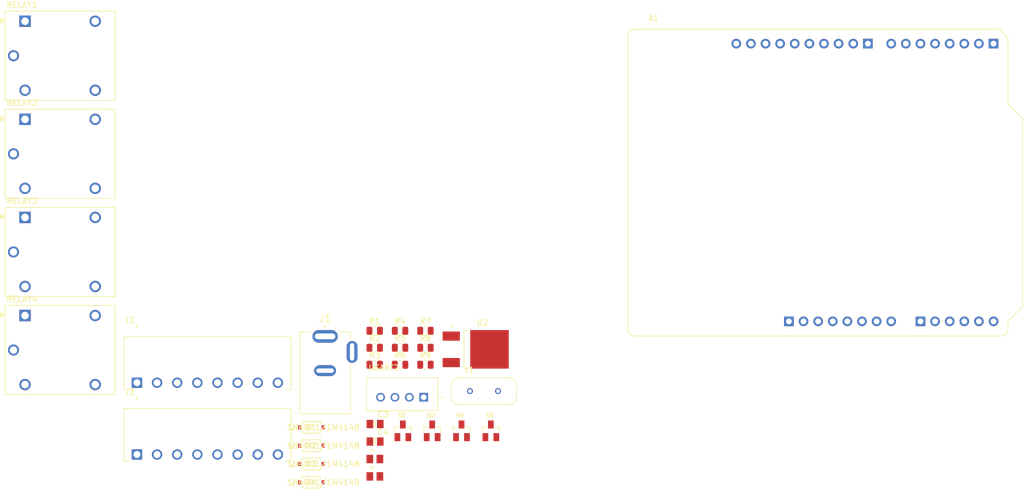
<source format=kicad_pcb>
(kicad_pcb (version 20241229) (generator "pcbnew") (generator_version "9.0")
  (layers (0 "F.Cu" signal) (2 "B.Cu" signal) (13 "F.Paste" user) (15 "B.Paste" user) (5 "F.SilkS" user "F.Silkscreen") (7 "B.SilkS" user "B.Silkscreen") (1 "F.Mask" user) (3 "B.Mask" user) (25 "Edge.Cuts" user))
  (net 0 "")
  (net 1 "GND")
  (net 2 "pb6")
  (net 3 "pb7")
  (net 4 "Net-(U2-IN)")
  (net 5 "5V")
  (net 6 "Net-(D1-A)")
  (net 7 "Net-(D2-A)")
  (net 8 "Net-(D3-A)")
  (net 9 "Net-(D4-A)")
  (net 11 "COM4")
  (net 12 "RNO1")
  (net 13 "RNO2")
  (net 14 "COM2")
  (net 15 "COM3")
  (net 16 "RNO3")
  (net 17 "COM1")
  (net 18 "RNO4")
  (net 19 "IN3")
  (net 20 "IN1")
  (net 21 "ADC0")
  (net 22 "IN2")
  (net 23 "ADC2")
  (net 24 "ADC1")
  (net 25 "ADC4")
  (net 26 "ADC3")
  (net 27 "Net-(Q2-B)")
  (net 28 "Net-(Q3-B)")
  (net 29 "Net-(Q4-B)")
  (net 30 "Net-(Q5-B)")
  (net 31 "OUT4")
  (net 32 "OUT3")
  (net 33 "OUT2")
  (net 34 "OUT1")
  (net 39 "USART_RX")
  (net 40 "USART_TX")
  (footprint "1N4148W-TP:SOD123" (layer "F.Cu") (at 72.431 82.9272)
    (property "Reference" "D1" (at -0.1016 0 0) (layer "F.SilkS"))
    (property "Value" "1N4001/1N4148" (at 2.0828 0 0) (layer "F.SilkS"))
    (fp_line (start -1.5494 -1.016) (end -1.5494 -0.6096) (stroke (width 0.1524)) (layer "F.SilkS"))
    (fp_line (start -1.5494 0.6096) (end -1.5494 1.016) (stroke (width 0.1524)) (layer "F.SilkS"))
    (fp_line (start -1.5494 1.016) (end 1.5494 1.016) (stroke (width 0.1524)) (layer "F.SilkS"))
    (fp_line (start 1.5494 -1.016) (end -1.5494 -1.016) (stroke (width 0.1524)) (layer "F.SilkS"))
    (fp_line (start 1.5494 -0.6096) (end 1.5494 -1.016) (stroke (width 0.1524)) (layer "F.SilkS"))
    (fp_line (start 1.5494 1.016) (end 1.5494 0.6096) (stroke (width 0.1524)) (layer "F.SilkS"))
    (fp_text user "*" (at -3.2512 0.635 0) (layer "F.SilkS"))
    (pad "1" smd rect (at -2.032 0) (size 0.508 0.7112) (layers "F.Cu" "F.Mask" "F.Paste") (net 5 "5V"))
    (pad "2" smd rect (at 2.032 0) (size 0.508 0.7112) (layers "F.Cu" "F.Mask" "F.Paste") (net 6 "Net-(D1-A)"))
  )
  (footprint "1N4148W-TP:SOD123" (layer "F.Cu") (at 72.431 92.4804)
    (property "Reference" "D4" (at -0.1016 0 0) (layer "F.SilkS"))
    (property "Value" "1N4001/1N4148" (at 2.0828 0 0) (layer "F.SilkS"))
    (fp_line (start -1.5494 -1.016) (end -1.5494 -0.6096) (stroke (width 0.1524)) (layer "F.SilkS"))
    (fp_line (start -1.5494 0.6096) (end -1.5494 1.016) (stroke (width 0.1524)) (layer "F.SilkS"))
    (fp_line (start -1.5494 1.016) (end 1.5494 1.016) (stroke (width 0.1524)) (layer "F.SilkS"))
    (fp_line (start 1.5494 -1.016) (end -1.5494 -1.016) (stroke (width 0.1524)) (layer "F.SilkS"))
    (fp_line (start 1.5494 -0.6096) (end 1.5494 -1.016) (stroke (width 0.1524)) (layer "F.SilkS"))
    (fp_line (start 1.5494 1.016) (end 1.5494 0.6096) (stroke (width 0.1524)) (layer "F.SilkS"))
    (fp_text user "*" (at -3.2512 0.635 0) (layer "F.SilkS"))
    (pad "1" smd rect (at -2.032 0) (size 0.508 0.7112) (layers "F.Cu" "F.Mask" "F.Paste") (net 5 "5V"))
    (pad "2" smd rect (at 2.032 0) (size 0.508 0.7112) (layers "F.Cu" "F.Mask" "F.Paste") (net 9 "Net-(D4-A)"))
  )
  (footprint "Resistor_SMD:R_0805_2012Metric" (layer "F.Cu") (at 83.44 66.15)
    (property "Reference" "R1" (at 0 -1.65 0) (layer "F.SilkS"))
    (property "Value" "10K")
    (fp_line (start -0.227064 -0.735) (end 0.227064 -0.735) (stroke (width 0.12)) (layer "F.SilkS"))
    (fp_line (start -0.227064 0.735) (end 0.227064 0.735) (stroke (width 0.12)) (layer "F.SilkS"))
    (pad "1" smd roundrect (at -0.9125 0) (size 1.025 1.4) (layers "F.Cu" "F.Mask" "F.Paste") (roundrect_rratio 0.243902) (net 31 "OUT4"))
    (pad "2" smd roundrect (at 0.9125 0) (size 1.025 1.4) (layers "F.Cu" "F.Mask" "F.Paste") (roundrect_rratio 0.243902) (net 27 "Net-(Q2-B)"))
  )
  (footprint "Resistor_SMD:R_0805_2012Metric" (layer "F.Cu") (at 83.44 69.1)
    (property "Reference" "R2" (at 0 -1.65 0) (layer "F.SilkS"))
    (property "Value" "1K")
    (fp_line (start -0.227064 -0.735) (end 0.227064 -0.735) (stroke (width 0.12)) (layer "F.SilkS"))
    (fp_line (start -0.227064 0.735) (end 0.227064 0.735) (stroke (width 0.12)) (layer "F.SilkS"))
    (pad "1" smd roundrect (at -0.9125 0) (size 1.025 1.4) (layers "F.Cu" "F.Mask" "F.Paste") (roundrect_rratio 0.243902) (net 21 "ADC0"))
    (pad "2" smd roundrect (at 0.9125 0) (size 1.025 1.4) (layers "F.Cu" "F.Mask" "F.Paste") (roundrect_rratio 0.243902) (net 1 "GND"))
  )
  (footprint "SRD-05VDC-SL-C:RELAY_SRD-05VDC-SL-C" (layer "F.Cu") (at 28.775 69.5)
    (property "Reference" "RELAY4" (at -6.62563 -8.83584 0) (layer "F.SilkS") (effects (font (size 1.000094 1.000094))))
    (property "Value" "SRD-05VDC-SL-C")
    (fp_line (start -9.55 -7.75) (end 9.55 -7.75) (stroke (width 0.127)) (layer "F.SilkS"))
    (fp_line (start -9.55 7.75) (end -9.55 -7.75) (stroke (width 0.127)) (layer "F.SilkS"))
    (fp_line (start 9.55 -7.75) (end 9.55 7.75) (stroke (width 0.127)) (layer "F.SilkS"))
    (fp_line (start 9.55 7.75) (end -9.55 7.75) (stroke (width 0.127)) (layer "F.SilkS"))
    (fp_circle (center -10.2 -6.119) (end -10.1 -6.119) (stroke (width 0.3)) (fill no) (layer "F.SilkS"))
    (pad "A1" thru_hole rect (at -6.1 -6) (size 1.98 1.98) (drill 1.32) (layers "*.Cu" "*.Mask") (net 5 "5V"))
    (pad "A2" thru_hole circle (at -6.1 6) (size 1.98 1.98) (drill 1.32) (layers "*.Cu" "*.Mask") (net 9 "Net-(D4-A)"))
    (pad "COM" thru_hole circle (at -8.1 0) (size 1.935 1.935) (drill 1.29) (layers "*.Cu" "*.Mask") (net 11 "COM4"))
    (pad "NC" thru_hole circle (at 6.1 -6) (size 1.98 1.98) (drill 1.32) (layers "*.Cu" "*.Mask"))
    (pad "NO" thru_hole circle (at 6.1 6) (size 1.98 1.98) (drill 1.32) (layers "*.Cu" "*.Mask") (net 18 "RNO4"))
  )
  (footprint "SRD-05VDC-SL-C:RELAY_SRD-05VDC-SL-C" (layer "F.Cu") (at 28.775 52.45)
    (property "Reference" "RELAY3" (at -6.62563 -8.83584 0) (layer "F.SilkS") (effects (font (size 1.000094 1.000094))))
    (property "Value" "SRD-05VDC-SL-C")
    (fp_line (start -9.55 -7.75) (end 9.55 -7.75) (stroke (width 0.127)) (layer "F.SilkS"))
    (fp_line (start -9.55 7.75) (end -9.55 -7.75) (stroke (width 0.127)) (layer "F.SilkS"))
    (fp_line (start 9.55 -7.75) (end 9.55 7.75) (stroke (width 0.127)) (layer "F.SilkS"))
    (fp_line (start 9.55 7.75) (end -9.55 7.75) (stroke (width 0.127)) (layer "F.SilkS"))
    (fp_circle (center -10.2 -6.119) (end -10.1 -6.119) (stroke (width 0.3)) (fill no) (layer "F.SilkS"))
    (pad "A1" thru_hole rect (at -6.1 -6) (size 1.98 1.98) (drill 1.32) (layers "*.Cu" "*.Mask") (net 5 "5V"))
    (pad "A2" thru_hole circle (at -6.1 6) (size 1.98 1.98) (drill 1.32) (layers "*.Cu" "*.Mask") (net 8 "Net-(D3-A)"))
    (pad "COM" thru_hole circle (at -8.1 0) (size 1.935 1.935) (drill 1.29) (layers "*.Cu" "*.Mask") (net 15 "COM3"))
    (pad "NC" thru_hole circle (at 6.1 -6) (size 1.98 1.98) (drill 1.32) (layers "*.Cu" "*.Mask"))
    (pad "NO" thru_hole circle (at 6.1 6) (size 1.98 1.98) (drill 1.32) (layers "*.Cu" "*.Mask") (net 16 "RNO3"))
  )
  (footprint "Resistor_SMD:R_0805_2012Metric" (layer "F.Cu") (at 92.26 69.1)
    (property "Reference" "R8" (at 0 -1.65 0) (layer "F.SilkS"))
    (property "Value" "10K")
    (fp_line (start -0.227064 -0.735) (end 0.227064 -0.735) (stroke (width 0.12)) (layer "F.SilkS"))
    (fp_line (start -0.227064 0.735) (end 0.227064 0.735) (stroke (width 0.12)) (layer "F.SilkS"))
    (pad "1" smd roundrect (at -0.9125 0) (size 1.025 1.4) (layers "F.Cu" "F.Mask" "F.Paste") (roundrect_rratio 0.243902) (net 33 "OUT2"))
    (pad "2" smd roundrect (at 0.9125 0) (size 1.025 1.4) (layers "F.Cu" "F.Mask" "F.Paste") (roundrect_rratio 0.243902) (net 29 "Net-(Q4-B)"))
  )
  (footprint "S9013:SOT95P240X120-3N" (layer "F.Cu") (at 103.6238 83.5334)
    (property "Reference" "Q5" (at -0.173263 -2.71554 0) (layer "F.SilkS") (effects (font (size 0.640976 0.640976))))
    (property "Value" "S9013")
    (fp_line (start -1.45 -0.65) (end -1.45 0.15) (stroke (width 0.127)) (layer "F.SilkS"))
    (fp_line (start -1.45 -0.65) (end -0.75 -0.65) (stroke (width 0.127)) (layer "F.SilkS"))
    (fp_line (start 1.45 -0.65) (end 0.75 -0.65) (stroke (width 0.127)) (layer "F.SilkS"))
    (fp_line (start 1.45 -0.65) (end 1.45 0.15) (stroke (width 0.127)) (layer "F.SilkS"))
    (fp_circle (center -1.8 1.8) (end -1.7 1.8) (fill yes) (layer "F.SilkS"))
    (pad "1" smd rect (at -0.95 1.1) (size 1 1.4) (layers "F.Cu" "F.Mask" "F.Paste") (net 30 "Net-(Q5-B)"))
    (pad "2" smd rect (at 0.95 1.1) (size 1 1.4) (layers "F.Cu" "F.Mask" "F.Paste") (net 1 "GND"))
    (pad "3" smd rect (at 0 -1.1) (size 1 1.4) (layers "F.Cu" "F.Mask" "F.Paste") (net 9 "Net-(D4-A)"))
  )
  (footprint "terminal_block_90deg:TE_284512-8" (layer "F.Cu") (at 54.37 87.65)
    (property "Reference" "J3" (at -13.525 -10.835 0) (layer "F.SilkS"))
    (property "Value" "284512-8")
    (fp_line (start -14.5 -8) (end 14.5 -8) (stroke (width 0.127)) (layer "F.SilkS"))
    (fp_line (start -14.5 1.2) (end -14.5 -8) (stroke (width 0.127)) (layer "F.SilkS"))
    (fp_line (start -14.5 1.2) (end -13.57 1.2) (stroke (width 0.127)) (layer "F.SilkS"))
    (fp_line (start 13.57 1.2) (end 14.5 1.2) (stroke (width 0.127)) (layer "F.SilkS"))
    (fp_line (start 14.5 -8) (end 14.5 1.2) (stroke (width 0.127)) (layer "F.SilkS"))
    (fp_circle (center -12.25 -9.8) (end -12.15 -9.8) (stroke (width 0.2)) (fill no) (layer "F.SilkS"))
    (pad "1" thru_hole rect (at -12.25 0) (size 1.8 1.8) (drill 1.2) (layers "*.Cu" "*.Mask") (net 21 "ADC0"))
    (pad "2" thru_hole circle (at -8.75 0) (size 1.8 1.8) (drill 1.2) (layers "*.Cu" "*.Mask") (net 24 "ADC1"))
    (pad "3" thru_hole circle (at -5.25 0) (size 1.8 1.8) (drill 1.2) (layers "*.Cu" "*.Mask") (net 23 "ADC2"))
    (pad "4" thru_hole circle (at -1.75 0) (size 1.8 1.8) (drill 1.2) (layers "*.Cu" "*.Mask") (net 26 "ADC3"))
    (pad "5" thru_hole circle (at 1.75 0) (size 1.8 1.8) (drill 1.2) (layers "*.Cu" "*.Mask") (net 25 "ADC4"))
    (pad "6" thru_hole circle (at 5.25 0) (size 1.8 1.8) (drill 1.2) (layers "*.Cu" "*.Mask") (net 20 "IN1"))
    (pad "7" thru_hole circle (at 8.75 0) (size 1.8 1.8) (drill 1.2) (layers "*.Cu" "*.Mask") (net 22 "IN2"))
    (pad "8" thru_hole circle (at 12.25 0) (size 1.8 1.8) (drill 1.2) (layers "*.Cu" "*.Mask") (net 19 "IN3"))
  )
  (footprint "AC0805KPX7R9BB103:CAPC2012X95N" (layer "F.Cu") (at 83.465 88.435)
    (property "Reference" "C1" (at -0.455 -1.5 0) (layer "F.SilkS") (effects (font (size 0.393701 0.393701))))
    (property "Value" "22pf")
    (pad "1" smd rect (at -0.875 0) (size 1.16 1.47) (layers "F.Cu" "F.Mask" "F.Paste") (net 1 "GND"))
    (pad "2" smd rect (at 0.875 0) (size 1.16 1.47) (layers "F.Cu" "F.Mask" "F.Paste") (net 2 "pb6"))
  )
  (footprint "Resistor_SMD:R_0805_2012Metric" (layer "F.Cu") (at 92.26 72.05)
    (property "Reference" "R9" (at 0 -1.65 0) (layer "F.SilkS"))
    (property "Value" "10K")
    (fp_line (start -0.227064 -0.735) (end 0.227064 -0.735) (stroke (width 0.12)) (layer "F.SilkS"))
    (fp_line (start -0.227064 0.735) (end 0.227064 0.735) (stroke (width 0.12)) (layer "F.SilkS"))
    (pad "1" smd roundrect (at -0.9125 0) (size 1.025 1.4) (layers "F.Cu" "F.Mask" "F.Paste") (roundrect_rratio 0.243902) (net 34 "OUT1"))
    (pad "2" smd roundrect (at 0.9125 0) (size 1.025 1.4) (layers "F.Cu" "F.Mask" "F.Paste") (roundrect_rratio 0.243902) (net 30 "Net-(Q5-B)"))
  )
  (footprint "TAJR106K006RNJ:CAPC2012X140N" (layer "F.Cu") (at 83.51 82.35)
    (property "Reference" "C3" (at 1.375 -1.635 0) (layer "F.SilkS"))
    (property "Value" "100uf")
    (fp_line (start 0 -0.55) (end 0 0.55) (stroke (width 0.2)) (layer "F.SilkS"))
    (pad "1" smd rect (at -0.9 0) (size 1.15 1.45) (layers "F.Cu" "F.Mask" "F.Paste") (net 4 "Net-(U2-IN)"))
    (pad "2" smd rect (at 0.9 0) (size 1.15 1.45) (layers "F.Cu" "F.Mask" "F.Paste") (net 1 "GND"))
  )
  (footprint "1N4148W-TP:SOD123" (layer "F.Cu") (at 72.431 89.296)
    (property "Reference" "D3" (at -0.1016 0 0) (layer "F.SilkS"))
    (property "Value" "1N4001/1N4148" (at 2.0828 0 0) (layer "F.SilkS"))
    (fp_line (start -1.5494 -1.016) (end -1.5494 -0.6096) (stroke (width 0.1524)) (layer "F.SilkS"))
    (fp_line (start -1.5494 0.6096) (end -1.5494 1.016) (stroke (width 0.1524)) (layer "F.SilkS"))
    (fp_line (start -1.5494 1.016) (end 1.5494 1.016) (stroke (width 0.1524)) (layer "F.SilkS"))
    (fp_line (start 1.5494 -1.016) (end -1.5494 -1.016) (stroke (width 0.1524)) (layer "F.SilkS"))
    (fp_line (start 1.5494 -0.6096) (end 1.5494 -1.016) (stroke (width 0.1524)) (layer "F.SilkS"))
    (fp_line (start 1.5494 1.016) (end 1.5494 0.6096) (stroke (width 0.1524)) (layer "F.SilkS"))
    (fp_text user "*" (at -3.2512 0.635 0) (layer "F.SilkS"))
    (pad "1" smd rect (at -2.032 0) (size 0.508 0.7112) (layers "F.Cu" "F.Mask" "F.Paste") (net 5 "5V"))
    (pad "2" smd rect (at 2.032 0) (size 0.508 0.7112) (layers "F.Cu" "F.Mask" "F.Paste") (net 8 "Net-(D3-A)"))
  )
  (footprint "1N4148W-TP:SOD123" (layer "F.Cu") (at 72.431 86.1116)
    (property "Reference" "D2" (at -0.1016 0 0) (layer "F.SilkS"))
    (property "Value" "1N4001/1N4148" (at 2.0828 0 0) (layer "F.SilkS"))
    (fp_line (start -1.5494 -1.016) (end -1.5494 -0.6096) (stroke (width 0.1524)) (layer "F.SilkS"))
    (fp_line (start -1.5494 0.6096) (end -1.5494 1.016) (stroke (width 0.1524)) (layer "F.SilkS"))
    (fp_line (start -1.5494 1.016) (end 1.5494 1.016) (stroke (width 0.1524)) (layer "F.SilkS"))
    (fp_line (start 1.5494 -1.016) (end -1.5494 -1.016) (stroke (width 0.1524)) (layer "F.SilkS"))
    (fp_line (start 1.5494 -0.6096) (end 1.5494 -1.016) (stroke (width 0.1524)) (layer "F.SilkS"))
    (fp_line (start 1.5494 1.016) (end 1.5494 0.6096) (stroke (width 0.1524)) (layer "F.SilkS"))
    (fp_text user "*" (at -3.2512 0.635 0) (layer "F.SilkS"))
    (pad "1" smd rect (at -2.032 0) (size 0.508 0.7112) (layers "F.Cu" "F.Mask" "F.Paste") (net 5 "5V"))
    (pad "2" smd rect (at 2.032 0) (size 0.508 0.7112) (layers "F.Cu" "F.Mask" "F.Paste") (net 7 "Net-(D2-A)"))
  )
  (footprint "Resistor_SMD:R_0805_2012Metric" (layer "F.Cu") (at 87.85 72.05)
    (property "Reference" "R6" (at 0 -1.65 0) (layer "F.SilkS"))
    (property "Value" "1K")
    (fp_line (start -0.227064 -0.735) (end 0.227064 -0.735) (stroke (width 0.12)) (layer "F.SilkS"))
    (fp_line (start -0.227064 0.735) (end 0.227064 0.735) (stroke (width 0.12)) (layer "F.SilkS"))
    (pad "1" smd roundrect (at -0.9125 0) (size 1.025 1.4) (layers "F.Cu" "F.Mask" "F.Paste") (roundrect_rratio 0.243902) (net 25 "ADC4"))
    (pad "2" smd roundrect (at 0.9125 0) (size 1.025 1.4) (layers "F.Cu" "F.Mask" "F.Paste") (roundrect_rratio 0.243902) (net 1 "GND"))
  )
  (footprint "Resistor_SMD:R_0805_2012Metric" (layer "F.Cu") (at 83.44 72.05)
    (property "Reference" "R3" (at 0 -1.65 0) (layer "F.SilkS"))
    (property "Value" "1K")
    (fp_line (start -0.227064 -0.735) (end 0.227064 -0.735) (stroke (width 0.12)) (layer "F.SilkS"))
    (fp_line (start -0.227064 0.735) (end 0.227064 0.735) (stroke (width 0.12)) (layer "F.SilkS"))
    (pad "1" smd roundrect (at -0.9125 0) (size 1.025 1.4) (layers "F.Cu" "F.Mask" "F.Paste") (roundrect_rratio 0.243902) (net 24 "ADC1"))
    (pad "2" smd roundrect (at 0.9125 0) (size 1.025 1.4) (layers "F.Cu" "F.Mask" "F.Paste") (roundrect_rratio 0.243902) (net 1 "GND"))
  )
  (footprint "EJ508A:MPD_EJ508A" (layer "F.Cu") (at 74.82 69.825)
    (property "Reference" "J1" (at -0.055 -5.789 0) (layer "F.SilkS") (effects (font (size 1.4 1.4))))
    (property "Value" "EJ508A")
    (fp_line (start -4.4 -3.475) (end -4.4 10.74) (stroke (width 0.127)) (layer "F.SilkS"))
    (fp_line (start -4.4 10.74) (end 4.4 10.74) (stroke (width 0.127)) (layer "F.SilkS"))
    (fp_line (start -2.52 -3.475) (end -4.4 -3.475) (stroke (width 0.127)) (layer "F.SilkS"))
    (fp_line (start 2.52 -3.475) (end 4.4 -3.475) (stroke (width 0.127)) (layer "F.SilkS"))
    (fp_line (start 4.4 -3.475) (end 4.4 -2.22) (stroke (width 0.127)) (layer "F.SilkS"))
    (fp_line (start 4.4 10.74) (end 4.4 2.22) (stroke (width 0.127)) (layer "F.SilkS"))
    (fp_circle (center 0 -4.45) (end 0.1 -4.45) (stroke (width 0.2)) (fill no) (layer "F.SilkS"))
    (pad "1" thru_hole oval (at 0 -2.705) (size 4.4 2.2) (drill oval 3.56 1.02) (layers "*.Cu" "*.Mask") (net 1 "GND"))
    (pad "2" thru_hole oval (at 0 3.25) (size 3.8 1.9) (drill oval 3.05 0.76) (layers "*.Cu" "*.Mask") (net 4 "Net-(U2-IN)"))
    (pad "3" thru_hole oval (at 4.69 0) (size 1.9 3.8) (drill oval 0.76 3.05) (layers "*.Cu" "*.Mask"))
  )
  (footprint "terminal_block_90deg:TE_284512-8" (layer "F.Cu") (at 54.37 75.175)
    (property "Reference" "J2" (at -13.525 -10.835 0) (layer "F.SilkS"))
    (property "Value" "284512-8")
    (fp_line (start -14.5 -8) (end 14.5 -8) (stroke (width 0.127)) (layer "F.SilkS"))
    (fp_line (start -14.5 1.2) (end -14.5 -8) (stroke (width 0.127)) (layer "F.SilkS"))
    (fp_line (start -14.5 1.2) (end -13.57 1.2) (stroke (width 0.127)) (layer "F.SilkS"))
    (fp_line (start 13.57 1.2) (end 14.5 1.2) (stroke (width 0.127)) (layer "F.SilkS"))
    (fp_line (start 14.5 -8) (end 14.5 1.2) (stroke (width 0.127)) (layer "F.SilkS"))
    (fp_circle (center -12.25 -9.8) (end -12.15 -9.8) (stroke (width 0.2)) (fill no) (layer "F.SilkS"))
    (pad "1" thru_hole rect (at -12.25 0) (size 1.8 1.8) (drill 1.2) (layers "*.Cu" "*.Mask") (net 12 "RNO1"))
    (pad "2" thru_hole circle (at -8.75 0) (size 1.8 1.8) (drill 1.2) (layers "*.Cu" "*.Mask") (net 17 "COM1"))
    (pad "3" thru_hole circle (at -5.25 0) (size 1.8 1.8) (drill 1.2) (layers "*.Cu" "*.Mask") (net 13 "RNO2"))
    (pad "4" thru_hole circle (at -1.75 0) (size 1.8 1.8) (drill 1.2) (layers "*.Cu" "*.Mask") (net 14 "COM2"))
    (pad "5" thru_hole circle (at 1.75 0) (size 1.8 1.8) (drill 1.2) (layers "*.Cu" "*.Mask") (net 16 "RNO3"))
    (pad "6" thru_hole circle (at 5.25 0) (size 1.8 1.8) (drill 1.2) (layers "*.Cu" "*.Mask") (net 15 "COM3"))
    (pad "7" thru_hole circle (at 8.75 0) (size 1.8 1.8) (drill 1.2) (layers "*.Cu" "*.Mask") (net 18 "RNO4"))
    (pad "8" thru_hole circle (at 12.25 0) (size 1.8 1.8) (drill 1.2) (layers "*.Cu" "*.Mask") (net 11 "COM4"))
  )
  (footprint "Resistor_SMD:R_0805_2012Metric" (layer "F.Cu") (at 92.26 66.15)
    (property "Reference" "R7" (at 0 -1.65 0) (layer "F.SilkS"))
    (property "Value" "10K")
    (fp_line (start -0.227064 -0.735) (end 0.227064 -0.735) (stroke (width 0.12)) (layer "F.SilkS"))
    (fp_line (start -0.227064 0.735) (end 0.227064 0.735) (stroke (width 0.12)) (layer "F.SilkS"))
    (pad "1" smd roundrect (at -0.9125 0) (size 1.025 1.4) (layers "F.Cu" "F.Mask" "F.Paste") (roundrect_rratio 0.243902) (net 32 "OUT3"))
    (pad "2" smd roundrect (at 0.9125 0) (size 1.025 1.4) (layers "F.Cu" "F.Mask" "F.Paste") (roundrect_rratio 0.243902) (net 28 "Net-(Q3-B)"))
  )
  (footprint "SRD-05VDC-SL-C:RELAY_SRD-05VDC-SL-C" (layer "F.Cu") (at 28.775 35.4)
    (property "Reference" "RELAY2" (at -6.62563 -8.83584 0) (layer "F.SilkS") (effects (font (size 1.000094 1.000094))))
    (property "Value" "SRD-05VDC-SL-C")
    (fp_line (start -9.55 -7.75) (end 9.55 -7.75) (stroke (width 0.127)) (layer "F.SilkS"))
    (fp_line (start -9.55 7.75) (end -9.55 -7.75) (stroke (width 0.127)) (layer "F.SilkS"))
    (fp_line (start 9.55 -7.75) (end 9.55 7.75) (stroke (width 0.127)) (layer "F.SilkS"))
    (fp_line (start 9.55 7.75) (end -9.55 7.75) (stroke (width 0.127)) (layer "F.SilkS"))
    (fp_circle (center -10.2 -6.119) (end -10.1 -6.119) (stroke (width 0.3)) (fill no) (layer "F.SilkS"))
    (pad "A1" thru_hole rect (at -6.1 -6) (size 1.98 1.98) (drill 1.32) (layers "*.Cu" "*.Mask") (net 5 "5V"))
    (pad "A2" thru_hole circle (at -6.1 6) (size 1.98 1.98) (drill 1.32) (layers "*.Cu" "*.Mask") (net 7 "Net-(D2-A)"))
    (pad "COM" thru_hole circle (at -8.1 0) (size 1.935 1.935) (drill 1.29) (layers "*.Cu" "*.Mask") (net 14 "COM2"))
    (pad "NC" thru_hole circle (at 6.1 -6) (size 1.98 1.98) (drill 1.32) (layers "*.Cu" "*.Mask"))
    (pad "NO" thru_hole circle (at 6.1 6) (size 1.98 1.98) (drill 1.32) (layers "*.Cu" "*.Mask") (net 13 "RNO2"))
  )
  (footprint "ECS-160-S-4X:XTAL_ECS-160-S-4X" (layer "F.Cu") (at 102.43 76.63)
    (property "Reference" "Y1" (at -2.597085 -3.637935 0) (layer "F.SilkS") (effects (font (size 1.000811 1.000811))))
    (property "Value" "Crystal")
    (fp_line (start -5.675 1.01) (end -5.675 -1.01) (stroke (width 0.127)) (layer "F.SilkS"))
    (fp_line (start -4.405 -2.33) (end 4.405 -2.33) (stroke (width 0.127)) (layer "F.SilkS"))
    (fp_line (start 4.405 2.33) (end -4.405 2.33) (stroke (width 0.127)) (layer "F.SilkS"))
    (fp_line (start 5.675 -1.01) (end 5.675 1.01) (stroke (width 0.127)) (layer "F.SilkS"))
    (fp_arc (start -5.675 -1.01) (mid -5.313381 -1.933026) (end -4.405 -2.33) (stroke (width 0.127)) (layer "F.SilkS"))
    (fp_arc (start -4.405 2.33) (mid -5.313381 1.933026) (end -5.675 1.01) (stroke (width 0.127)) (layer "F.SilkS"))
    (fp_arc (start 4.405 -2.33) (mid 5.313381 -1.933026) (end 5.675 -1.01) (stroke (width 0.127)) (layer "F.SilkS"))
    (fp_arc (start 5.675 1.01) (mid 5.313381 1.933026) (end 4.405 2.33) (stroke (width 0.127)) (layer "F.SilkS"))
    (pad "1" thru_hole circle (at -2.44 0) (size 1.03 1.03) (drill 0.63) (layers "*.Cu" "*.Mask") (net 3 "pb7"))
    (pad "2" thru_hole circle (at 2.44 0) (size 1.03 1.03) (drill 0.63) (layers "*.Cu" "*.Mask") (net 2 "pb6"))
  )
  (footprint "S9013:SOT95P240X120-3N" (layer "F.Cu") (at 98.527 83.5334)
    (property "Reference" "Q4" (at -0.173263 -2.71554 0) (layer "F.SilkS") (effects (font (size 0.640976 0.640976))))
    (property "Value" "S9013")
    (fp_line (start -1.45 -0.65) (end -1.45 0.15) (stroke (width 0.127)) (layer "F.SilkS"))
    (fp_line (start -1.45 -0.65) (end -0.75 -0.65) (stroke (width 0.127)) (layer "F.SilkS"))
    (fp_line (start 1.45 -0.65) (end 0.75 -0.65) (stroke (width 0.127)) (layer "F.SilkS"))
    (fp_line (start 1.45 -0.65) (end 1.45 0.15) (stroke (width 0.127)) (layer "F.SilkS"))
    (fp_circle (center -1.8 1.8) (end -1.7 1.8) (fill yes) (layer "F.SilkS"))
    (pad "1" smd rect (at -0.95 1.1) (size 1 1.4) (layers "F.Cu" "F.Mask" "F.Paste") (net 29 "Net-(Q4-B)"))
    (pad "2" smd rect (at 0.95 1.1) (size 1 1.4) (layers "F.Cu" "F.Mask" "F.Paste") (net 1 "GND"))
    (pad "3" smd rect (at 0 -1.1) (size 1 1.4) (layers "F.Cu" "F.Mask" "F.Paste") (net 8 "Net-(D3-A)"))
  )
  (footprint "Resistor_SMD:R_0805_2012Metric" (layer "F.Cu") (at 87.85 69.1)
    (property "Reference" "R5" (at 0 -1.65 0) (layer "F.SilkS"))
    (property "Value" "1K")
    (fp_line (start -0.227064 -0.735) (end 0.227064 -0.735) (stroke (width 0.12)) (layer "F.SilkS"))
    (fp_line (start -0.227064 0.735) (end 0.227064 0.735) (stroke (width 0.12)) (layer "F.SilkS"))
    (pad "1" smd roundrect (at -0.9125 0) (size 1.025 1.4) (layers "F.Cu" "F.Mask" "F.Paste") (roundrect_rratio 0.243902) (net 26 "ADC3"))
    (pad "2" smd roundrect (at 0.9125 0) (size 1.025 1.4) (layers "F.Cu" "F.Mask" "F.Paste") (roundrect_rratio 0.243902) (net 1 "GND"))
  )
  (footprint "AC0805KPX7R9BB103:CAPC2012X95N" (layer "F.Cu") (at 83.465 91.455)
    (property "Reference" "C2" (at -0.455 -1.5 0) (layer "F.SilkS") (effects (font (size 0.393701 0.393701))))
    (property "Value" "22pf")
    (pad "1" smd rect (at -0.875 0) (size 1.16 1.47) (layers "F.Cu" "F.Mask" "F.Paste") (net 1 "GND"))
    (pad "2" smd rect (at 0.875 0) (size 1.16 1.47) (layers "F.Cu" "F.Mask" "F.Paste") (net 3 "pb7"))
  )
  (footprint "TAJR106K006RNJ:CAPC2012X140N" (layer "F.Cu") (at 83.51 85.4)
    (property "Reference" "C4" (at 1.375 -1.635 0) (layer "F.SilkS"))
    (property "Value" "10uf")
    (fp_line (start 0 -0.55) (end 0 0.55) (stroke (width 0.2)) (layer "F.SilkS"))
    (pad "1" smd rect (at -0.9 0) (size 1.15 1.45) (layers "F.Cu" "F.Mask" "F.Paste") (net 5 "5V"))
    (pad "2" smd rect (at 0.9 0) (size 1.15 1.45) (layers "F.Cu" "F.Mask" "F.Paste") (net 1 "GND"))
  )
  (footprint "ARDUINO_UNO_REV3:ARDUINO_ARDUINO_UNO_REV3" (layer "F.Cu") (at 161.75 40.4)
    (property "Reference" "A1" (at -29.8223 -28.5957 0) (layer "F.SilkS"))
    (property "Value" "ARDUINO_UNO_REV3")
    (fp_line (start -34.2673 -25.6337) (end -34.225 -25.9087) (stroke (width 0.127)) (layer "F.SilkS"))
    (fp_line (start -34.2673 25.6562) (end -34.2673 -25.6337) (stroke (width 0.127)) (layer "F.SilkS"))
    (fp_line (start -34.225 -25.9087) (end -34.1403 -26.1415) (stroke (width 0.127)) (layer "F.SilkS"))
    (fp_line (start -34.225 25.9101) (end -34.2673 25.6562) (stroke (width 0.127)) (layer "F.SilkS"))
    (fp_line (start -34.1403 -26.1415) (end -33.9711 -26.3531) (stroke (width 0.127)) (layer "F.SilkS"))
    (fp_line (start -34.1403 26.1429) (end -34.225 25.9101) (stroke (width 0.127)) (layer "F.SilkS"))
    (fp_line (start -33.9711 -26.3531) (end -33.7595 -26.5012) (stroke (width 0.127)) (layer "F.SilkS"))
    (fp_line (start -33.9711 26.3545) (end -34.1403 26.1429) (stroke (width 0.127)) (layer "F.SilkS"))
    (fp_line (start -33.7595 -26.5012) (end -33.5267 -26.607) (stroke (width 0.127)) (layer "F.SilkS"))
    (fp_line (start -33.7595 26.5237) (end -33.9711 26.3545) (stroke (width 0.127)) (layer "F.SilkS"))
    (fp_line (start -33.5267 -26.607) (end -33.2728 -26.6493) (stroke (width 0.127)) (layer "F.SilkS"))
    (fp_line (start -33.5267 26.6084) (end -33.7595 26.5237) (stroke (width 0.127)) (layer "F.SilkS"))
    (fp_line (start -33.2728 -26.6493) (end 30.2047 -26.6493) (stroke (width 0.127)) (layer "F.SilkS"))
    (fp_line (start -33.2728 26.6507) (end -33.5267 26.6084) (stroke (width 0.127)) (layer "F.SilkS"))
    (fp_line (start 30.2047 -26.6493) (end 31.7282 -25.1258) (stroke (width 0.127)) (layer "F.SilkS"))
    (fp_line (start 30.7337 26.6507) (end -33.2728 26.6507) (stroke (width 0.127)) (layer "F.SilkS"))
    (fp_line (start 30.9876 26.6084) (end 30.7337 26.6507) (stroke (width 0.127)) (layer "F.SilkS"))
    (fp_line (start 31.2204 26.5237) (end 30.9876 26.6084) (stroke (width 0.127)) (layer "F.SilkS"))
    (fp_line (start 31.432 26.3545) (end 31.2204 26.5237) (stroke (width 0.127)) (layer "F.SilkS"))
    (fp_line (start 31.6013 26.1429) (end 31.432 26.3545) (stroke (width 0.127)) (layer "F.SilkS"))
    (fp_line (start 31.6859 25.9101) (end 31.6013 26.1429) (stroke (width 0.127)) (layer "F.SilkS"))
    (fp_line (start 31.7282 -25.1258) (end 31.7282 -13.6999) (stroke (width 0.127)) (layer "F.SilkS"))
    (fp_line (start 31.7282 -13.6999) (end 34.2673 -11.1608) (stroke (width 0.127)) (layer "F.SilkS"))
    (fp_line (start 31.7282 24.1116) (end 31.7282 25.6562) (stroke (width 0.127)) (layer "F.SilkS"))
    (fp_line (start 31.7282 25.6562) (end 31.6859 25.9101) (stroke (width 0.127)) (layer "F.SilkS"))
    (fp_line (start 34.2673 -11.1608) (end 34.2673 21.5725) (stroke (width 0.127)) (layer "F.SilkS"))
    (fp_line (start 34.2673 21.5725) (end 31.7282 24.1116) (stroke (width 0.127)) (layer "F.SilkS"))
    (pad "" np_thru_hole circle (at -20.2973 24.1093) (size 3.3 3.3) (drill 3.3) (layers "*.Cu" "*.Mask"))
    (pad "" np_thru_hole circle (at -19.0273 -24.1507) (size 3.3 3.3) (drill 3.3) (layers "*.Cu" "*.Mask"))
    (pad "" np_thru_hole circle (at 31.7727 -8.91069) (size 3.3 3.3) (drill 3.3) (layers "*.Cu" "*.Mask"))
    (pad "" np_thru_hole circle (at 31.7727 19.0293) (size 3.3 3.3) (drill 3.3) (layers "*.Cu" "*.Mask"))
    (pad "3V3" thru_hole circle (at 1.29269 24.1093) (size 1.6764 1.6764) (drill 1.016) (layers "*.Cu" "*.Mask"))
    (pad "5V" thru_hole circle (at 3.83269 24.1093) (size 1.6764 1.6764) (drill 1.016) (layers "*.Cu" "*.Mask"))
    (pad "A0" thru_hole rect (at 16.5327 24.1093) (size 1.6764 1.6764) (drill 1.016) (layers "*.Cu" "*.Mask"))
    (pad "A1" thru_hole circle (at 19.0727 24.1093) (size 1.6764 1.6764) (drill 1.016) (layers "*.Cu" "*.Mask"))
    (pad "A2" thru_hole circle (at 21.6127 24.1093) (size 1.6764 1.6764) (drill 1.016) (layers "*.Cu" "*.Mask"))
    (pad "A3" thru_hole circle (at 24.1527 24.1093) (size 1.6764 1.6764) (drill 1.016) (layers "*.Cu" "*.Mask"))
    (pad "A4" thru_hole circle (at 26.6927 24.1093) (size 1.6764 1.6764) (drill 1.016) (layers "*.Cu" "*.Mask"))
    (pad "A4_SDA" thru_hole circle (at -12.9313 -24.1507) (size 1.6764 1.6764) (drill 1.016) (layers "*.Cu" "*.Mask"))
    (pad "A5" thru_hole circle (at 29.2327 24.1093) (size 1.6764 1.6764) (drill 1.016) (layers "*.Cu" "*.Mask"))
    (pad "A5_SCL" thru_hole circle (at -15.4713 -24.1507) (size 1.6764 1.6764) (drill 1.016) (layers "*.Cu" "*.Mask"))
    (pad "AREF" thru_hole circle (at -10.3913 -24.1507) (size 1.6764 1.6764) (drill 1.016) (layers "*.Cu" "*.Mask"))
    (pad "D0" thru_hole rect (at 29.2327 -24.1507) (size 1.6764 1.6764) (drill 1.016) (layers "*.Cu" "*.Mask"))
    (pad "D1" thru_hole circle (at 26.6927 -24.1507) (size 1.6764 1.6764) (drill 1.016) (layers "*.Cu" "*.Mask"))
    (pad "D2" thru_hole circle (at 24.1527 -24.1507) (size 1.6764 1.6764) (drill 1.016) (layers "*.Cu" "*.Mask"))
    (pad "D3" thru_hole circle (at 21.6127 -24.1507) (size 1.6764 1.6764) (drill 1.016) (layers "*.Cu" "*.Mask"))
    (pad "D4" thru_hole circle (at 19.0727 -24.1507) (size 1.6764 1.6764) (drill 1.016) (layers "*.Cu" "*.Mask"))
    (pad "D5" thru_hole circle (at 16.5327 -24.1507) (size 1.6764 1.6764) (drill 1.016) (layers "*.Cu" "*.Mask"))
    (pad "D6" thru_hole circle (at 13.9927 -24.1507) (size 1.6764 1.6764) (drill 1.016) (layers "*.Cu" "*.Mask"))
    (pad "D7" thru_hole circle (at 11.4527 -24.1507) (size 1.6764 1.6764) (drill 1.016) (layers "*.Cu" "*.Mask"))
    (pad "D8" thru_hole rect (at 7.38869 -24.1507) (size 1.6764 1.6764) (drill 1.016) (layers "*.Cu" "*.Mask"))
    (pad "D9" thru_hole circle (at 4.84869 -24.1507) (size 1.6764 1.6764) (drill 1.016) (layers "*.Cu" "*.Mask"))
    (pad "D10" thru_hole circle (at 2.30869 -24.1507) (size 1.6764 1.6764) (drill 1.016) (layers "*.Cu" "*.Mask"))
    (pad "D11" thru_hole circle (at -0.231309 -24.1507) (size 1.6764 1.6764) (drill 1.016) (layers "*.Cu" "*.Mask"))
    (pad "D12" thru_hole circle (at -2.77131 -24.1507) (size 1.6764 1.6764) (drill 1.016) (layers "*.Cu" "*.Mask"))
    (pad "D13" thru_hole circle (at -5.31131 -24.1507) (size 1.6764 1.6764) (drill 1.016) (layers "*.Cu" "*.Mask"))
    (pad "GND_1" thru_hole circle (at 8.91269 24.1093) (size 1.6764 1.6764) (drill 1.016) (layers "*.Cu" "*.Mask"))
    (pad "GND_2" thru_hole circle (at 6.37269 24.1093) (size 1.6764 1.6764) (drill 1.016) (layers "*.Cu" "*.Mask"))
    (pad "GND_3" thru_hole circle (at -7.85131 -24.1507) (size 1.6764 1.6764) (drill 1.016) (layers "*.Cu" "*.Mask"))
    (pad "IOREF" thru_hole circle (at -3.78731 24.1093) (size 1.6764 1.6764) (drill 1.016) (layers "*.Cu" "*.Mask"))
    (pad "P1" thru_hole rect (at -6.32731 24.1093) (size 1.6764 1.6764) (drill 1.016) (layers "*.Cu" "*.Mask"))
    (pad "RST" thru_hole circle (at -1.24731 24.1093) (size 1.6764 1.6764) (drill 1.016) (layers "*.Cu" "*.Mask"))
    (pad "VIN" thru_hole circle (at 11.4527 24.1093) (size 1.6764 1.6764) (drill 1.016) (layers "*.Cu" "*.Mask"))
  )
  (footprint "JST_CONNECTOR:JST_B4B-XH-A_LF__SN_" (layer "F.Cu") (at 88.21 77.175)
    (property "Reference" "USART2" (at -3.2 -4.6 0) (layer "F.SilkS") (effects (font (size 0.944882 0.944882))))
    (property "Value" "Conn_01x04_Socket")
    (fp_line (start -6.2 -2.875) (end 6.2 -2.875) (stroke (width 0.127)) (layer "F.SilkS"))
    (fp_line (start -6.2 2.875) (end -6.2 -2.875) (stroke (width 0.127)) (layer "F.SilkS"))
    (fp_line (start 6.2 -2.875) (end 6.2 2.875) (stroke (width 0.127)) (layer "F.SilkS"))
    (fp_line (start 6.2 2.875) (end -6.2 2.875) (stroke (width 0.127)) (layer "F.SilkS"))
    (fp_circle (center 7 0.525) (end 7.1 0.525) (stroke (width 0.2)) (fill no) (layer "F.SilkS"))
    (pad "1" thru_hole rect (at 3.75 0.525) (size 1.508 1.508) (drill 1) (layers "*.Cu" "*.Mask") (net 5 "5V"))
    (pad "2" thru_hole circle (at 1.25 0.525) (size 1.508 1.508) (drill 1) (layers "*.Cu" "*.Mask") (net 40 "USART_TX"))
    (pad "3" thru_hole circle (at -1.25 0.525) (size 1.508 1.508) (drill 1) (layers "*.Cu" "*.Mask") (net 39 "USART_RX"))
    (pad "4" thru_hole circle (at -3.75 0.525) (size 1.508 1.508) (drill 1) (layers "*.Cu" "*.Mask") (net 1 "GND"))
  )
  (footprint "L78M05CDT:VREG_L78M05CDT" (layer "F.Cu") (at 100.99 69.375)
    (property "Reference" "U2" (at 1.175 -4.635 0) (layer "F.SilkS"))
    (property "Value" "L78M05CDT")
    (fp_line (start -2.0375 -3.25) (end -2.0375 3.25) (stroke (width 0.127)) (layer "F.SilkS"))
    (fp_line (start -2.0375 3.25) (end -1.264 3.25) (stroke (width 0.127)) (layer "F.SilkS"))
    (fp_line (start -1.264 -3.25) (end -2.0375 -3.25) (stroke (width 0.127)) (layer "F.SilkS"))
    (fp_circle (center -4.25 -4) (end -4.15 -4) (stroke (width 0.2)) (fill no) (layer "F.SilkS"))
    (pad "1" smd rect (at -4.25 -2.3) (size 3 1.6) (layers "F.Cu" "F.Mask" "F.Paste") (net 4 "Net-(U2-IN)"))
    (pad "2" smd rect (at 2.4 0) (size 6.7 6.7) (layers "F.Cu" "F.Mask") (net 1 "GND"))
    (pad "3" smd rect (at -4.25 2.3) (size 3 1.6) (layers "F.Cu" "F.Mask" "F.Paste") (net 5 "5V"))
  )
  (footprint "S9013:SOT95P240X120-3N" (layer "F.Cu") (at 93.4302 83.5334)
    (property "Reference" "Q3" (at -0.173263 -2.71554 0) (layer "F.SilkS") (effects (font (size 0.640976 0.640976))))
    (property "Value" "S9013")
    (fp_line (start -1.45 -0.65) (end -1.45 0.15) (stroke (width 0.127)) (layer "F.SilkS"))
    (fp_line (start -1.45 -0.65) (end -0.75 -0.65) (stroke (width 0.127)) (layer "F.SilkS"))
    (fp_line (start 1.45 -0.65) (end 0.75 -0.65) (stroke (width 0.127)) (layer "F.SilkS"))
    (fp_line (start 1.45 -0.65) (end 1.45 0.15) (stroke (width 0.127)) (layer "F.SilkS"))
    (fp_circle (center -1.8 1.8) (end -1.7 1.8) (fill yes) (layer "F.SilkS"))
    (pad "1" smd rect (at -0.95 1.1) (size 1 1.4) (layers "F.Cu" "F.Mask" "F.Paste") (net 28 "Net-(Q3-B)"))
    (pad "2" smd rect (at 0.95 1.1) (size 1 1.4) (layers "F.Cu" "F.Mask" "F.Paste") (net 1 "GND"))
    (pad "3" smd rect (at 0 -1.1) (size 1 1.4) (layers "F.Cu" "F.Mask" "F.Paste") (net 7 "Net-(D2-A)"))
  )
  (footprint "SRD-05VDC-SL-C:RELAY_SRD-05VDC-SL-C" (layer "F.Cu") (at 28.775 18.35)
    (property "Reference" "RELAY1" (at -6.62563 -8.83584 0) (layer "F.SilkS") (effects (font (size 1.000094 1.000094))))
    (property "Value" "SRD-05VDC-SL-C")
    (fp_line (start -9.55 -7.75) (end 9.55 -7.75) (stroke (width 0.127)) (layer "F.SilkS"))
    (fp_line (start -9.55 7.75) (end -9.55 -7.75) (stroke (width 0.127)) (layer "F.SilkS"))
    (fp_line (start 9.55 -7.75) (end 9.55 7.75) (stroke (width 0.127)) (layer "F.SilkS"))
    (fp_line (start 9.55 7.75) (end -9.55 7.75) (stroke (width 0.127)) (layer "F.SilkS"))
    (fp_circle (center -10.2 -6.119) (end -10.1 -6.119) (stroke (width 0.3)) (fill no) (layer "F.SilkS"))
    (pad "A1" thru_hole rect (at -6.1 -6) (size 1.98 1.98) (drill 1.32) (layers "*.Cu" "*.Mask") (net 5 "5V"))
    (pad "A2" thru_hole circle (at -6.1 6) (size 1.98 1.98) (drill 1.32) (layers "*.Cu" "*.Mask") (net 6 "Net-(D1-A)"))
    (pad "COM" thru_hole circle (at -8.1 0) (size 1.935 1.935) (drill 1.29) (layers "*.Cu" "*.Mask") (net 17 "COM1"))
    (pad "NC" thru_hole circle (at 6.1 -6) (size 1.98 1.98) (drill 1.32) (layers "*.Cu" "*.Mask"))
    (pad "NO" thru_hole circle (at 6.1 6) (size 1.98 1.98) (drill 1.32) (layers "*.Cu" "*.Mask") (net 12 "RNO1"))
  )
  (footprint "Resistor_SMD:R_0805_2012Metric" (layer "F.Cu") (at 87.85 66.15)
    (property "Reference" "R4" (at 0 -1.65 0) (layer "F.SilkS"))
    (property "Value" "1K")
    (fp_line (start -0.227064 -0.735) (end 0.227064 -0.735) (stroke (width 0.12)) (layer "F.SilkS"))
    (fp_line (start -0.227064 0.735) (end 0.227064 0.735) (stroke (width 0.12)) (layer "F.SilkS"))
    (pad "1" smd roundrect (at -0.9125 0) (size 1.025 1.4) (layers "F.Cu" "F.Mask" "F.Paste") (roundrect_rratio 0.243902) (net 23 "ADC2"))
    (pad "2" smd roundrect (at 0.9125 0) (size 1.025 1.4) (layers "F.Cu" "F.Mask" "F.Paste") (roundrect_rratio 0.243902) (net 1 "GND"))
  )
  (footprint "S9013:SOT95P240X120-3N" (layer "F.Cu") (at 88.3334 83.5334)
    (property "Reference" "Q2" (at -0.173263 -2.71554 0) (layer "F.SilkS") (effects (font (size 0.640976 0.640976))))
    (property "Value" "S9013")
    (fp_line (start -1.45 -0.65) (end -1.45 0.15) (stroke (width 0.127)) (layer "F.SilkS"))
    (fp_line (start -1.45 -0.65) (end -0.75 -0.65) (stroke (width 0.127)) (layer "F.SilkS"))
    (fp_line (start 1.45 -0.65) (end 0.75 -0.65) (stroke (width 0.127)) (layer "F.SilkS"))
    (fp_line (start 1.45 -0.65) (end 1.45 0.15) (stroke (width 0.127)) (layer "F.SilkS"))
    (fp_circle (center -1.8 1.8) (end -1.7 1.8) (fill yes) (layer "F.SilkS"))
    (pad "1" smd rect (at -0.95 1.1) (size 1 1.4) (layers "F.Cu" "F.Mask" "F.Paste") (net 27 "Net-(Q2-B)"))
    (pad "2" smd rect (at 0.95 1.1) (size 1 1.4) (layers "F.Cu" "F.Mask" "F.Paste") (net 1 "GND"))
    (pad "3" smd rect (at 0 -1.1) (size 1 1.4) (layers "F.Cu" "F.Mask" "F.Paste") (net 6 "Net-(D1-A)"))
  )
)
</source>
